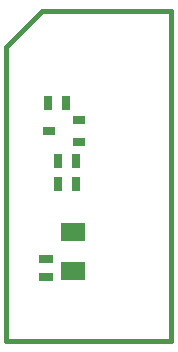
<source format=gtp>
G04 (created by PCBNEW-RS274X (2012-apr-16-27)-stable) date Tue 07 Jan 2014 22:20:38 GMT*
G01*
G70*
G90*
%MOIN*%
G04 Gerber Fmt 3.4, Leading zero omitted, Abs format*
%FSLAX34Y34*%
G04 APERTURE LIST*
%ADD10C,0.020000*%
%ADD11C,0.015000*%
%ADD12R,0.025000X0.045000*%
%ADD13R,0.045000X0.025000*%
%ADD14R,0.080000X0.060000*%
%ADD15R,0.039400X0.027600*%
G04 APERTURE END LIST*
G54D10*
G54D11*
X00409Y00220D02*
X05909Y00220D01*
X00409Y10020D02*
X00409Y00220D01*
X01609Y11220D02*
X05909Y11220D01*
X00409Y10020D02*
X01609Y11220D01*
X05909Y10420D02*
X05909Y11220D01*
X05906Y00197D02*
X05906Y10433D01*
G54D12*
X01787Y08150D03*
X02387Y08150D03*
G54D13*
X01733Y02338D03*
X01733Y02938D03*
G54D14*
X02638Y02539D03*
X02638Y03839D03*
G54D12*
X02141Y05433D03*
X02741Y05433D03*
X02141Y06221D03*
X02741Y06221D03*
G54D15*
X01823Y07205D03*
X02823Y07580D03*
X02823Y06830D03*
M02*

</source>
